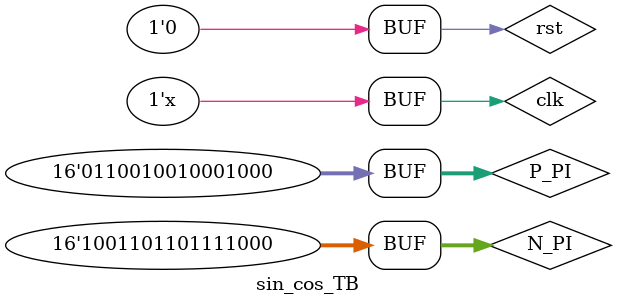
<source format=v>
`timescale 1ns / 1ps

module sin_cos_TB();

parameter Width = 16;
reg [1:0]c_state,n_state;

parameter IDLE = 2'd0;
parameter UP = 2'd1;
parameter DOWN = 2'd2;

reg clk;
reg rst;
reg phase_valid;
reg signed [Width-1:0]phase; // fixed 1.2.13 format 
wire sin_cos_valid;
wire [Width-1:0]cos;  // fixed 1.1.14 format
wire [Width-1:0]sin;  // fixed 1.1.14 format

reg signed [15:0]P_PI = 16'b0110_0100_1000_1000;
reg signed [15:0]N_PI = 16'b1001_1011_0111_1000;
localparam phase_inc = 256;
localparam clk_period = 10;


// module instantiation
sin_cos #(.Width(Width)) DUT( 
                .aclk(clk),
                .phase_valid(phase_valid),
                .phase(phase), 
                .sin_cos_valid(sin_cos_valid),
                .cos(cos),  
                .sin(sin));

initial begin
    c_state = 'd0;
    n_state = 'd0;
    phase_valid = 'd0;
end

initial begin
    clk = 1'b0;
    rst = 1'b1;
    rst = #(clk_period*3)'b0;
end

always begin
    #(clk_period/2) clk =  ~clk;
end

/*
// -pi to pi with increment of phase_inc and then pi to -pi without decrement 
always@(posedge clk) begin
    if(rst) begin
        phase_valid <= 'd0;
        phase <= N_PI;
    end
    else begin
        phase_valid <= 'd1; 
        if(phase + phase_inc == P_PI  )   phase <= N_PI; 
        else  phase <= phase + phase_inc;
        
    end
    
end */

// -pi to pi with increment of phase_inc and then pi to -pi with decrement of phase_inc
always@(posedge clk) begin
    if(rst) c_state <= IDLE;
    else c_state <= n_state;
end

always@(*) begin
    case(c_state)
        IDLE : begin
            n_state <= UP;
        end
        UP: begin
            if(phase +  phase_inc >= P_PI) n_state = DOWN;
            else n_state = UP;
        end
        DOWN: begin
            if(phase +  phase_inc <= N_PI) n_state = UP;
            else n_state = DOWN;
        end
    endcase
end

always@(posedge clk) begin
    case(c_state)
        IDLE : begin
            phase_valid <= 'd0;
            phase <= N_PI;
        end
        UP: begin
            phase_valid = 'd1;
            phase = phase + phase_inc;
        end
        DOWN: begin
            phase_valid = 'd1;
            phase = phase - phase_inc;
        end
    endcase

end 

endmodule 

</source>
